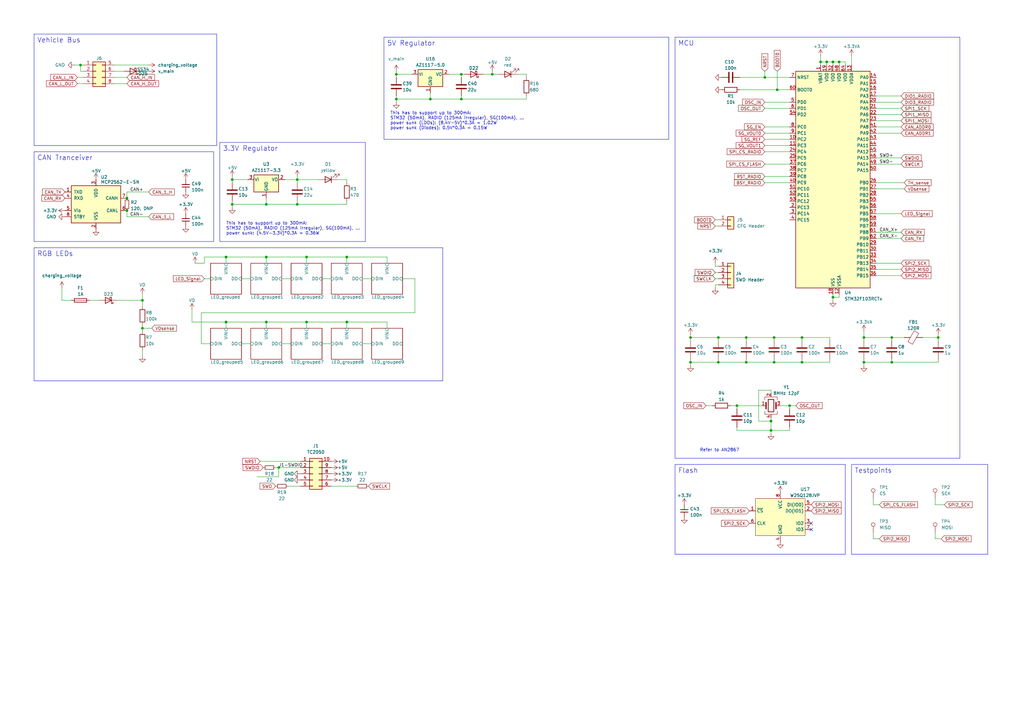
<source format=kicad_sch>
(kicad_sch (version 20250114) (generator "eeschema") (generator_version "9.0")
  (paper "A3")
  (rectangle (start 90.17 58.42) (end 149.86 99.06))
  (rectangle (start 13.97 101.6) (end 181.61 156.21))
  (rectangle (start 157.48 15.24) (end 274.32 57.15))
  (rectangle (start 13.97 13.97) (end 88.9 59.69))
  (rectangle (start 276.86 15.24) (end 393.7 187.96))
  (rectangle (start 13.97 62.23) (end 87.63 99.06))
  (rectangle (start 349.25 190.5) (end 405.13 227.33))
  (rectangle (start 276.86 190.5) (end 346.71 227.33))
  (text "This has to support up to 300mA:\nSTM32 (50mA), RADIO (125mA irregular), SG(100mA), ...\npower sunk (LDOs): (8.4V-5V)*0.3A = 1.02W\npower sunk (Diodes): 0.5V*0.3A = 0.15W" (at 160.02 53.34 0) (effects (font (size 1.27 1.27)) (justify left bottom)))
  (text "Vehicle Bus" (at 15.24 17.78 0) (effects (font (size 2 2)) (justify left bottom)))
  (text "CAN Tranceiver" (at 15.24 66.04 0) (effects (font (size 2 2)) (justify left bottom)))
  (text "Flash" (at 278.13 194.31 0) (effects (font (size 2 2)) (justify left bottom)))
  (text "Refer to AN2867" (at 287.02 185.42 0) (effects (font (size 1.27 1.27)) (justify left bottom)))
  (text "5V Regulator" (at 158.75 19.05 0) (effects (font (size 2 2)) (justify left bottom)))
  (text "This has to support up to 300mA:\nSTM32 (50mA), RADIO (125mA irregular), SG(100mA), ...\npower sunk: (4.5V-3.3V)*0.3A = 0.36W" (at 92.71 96.52 0) (effects (font (size 1.27 1.27)) (justify left bottom)))
  (text "3.3V Regulator" (at 91.44 62.23 0) (effects (font (size 2 2)) (justify left bottom)))
  (text "Testpoints" (at 350.52 194.31 0) (effects (font (size 2 2)) (justify left bottom)))
  (text "RGB LEDs" (at 15.24 105.41 0) (effects (font (size 2 2)) (justify left bottom)))
  (text "MCU" (at 278.13 19.05 0) (effects (font (size 2 2)) (justify left bottom)))
  (junction (at 316.23 176.53))
  (junction (at 365.76 148.59))
  (junction (at 344.17 25.4))
  (junction (at 328.93 138.43))
  (junction (at 114.3 191.77))
  (junction (at 52.07 81.28))
  (junction (at 109.22 132.08))
  (junction (at 142.24 132.08))
  (junction (at 313.69 31.75))
  (junction (at 121.92 83.82))
  (junction (at 109.22 83.82))
  (junction (at 95.25 73.66))
  (junction (at 33.02 26.67))
  (junction (at 354.33 138.43))
  (junction (at 109.22 105.41))
  (junction (at 365.76 138.43))
  (junction (at 201.93 30.48))
  (junction (at 323.85 166.37))
  (junction (at 317.5 138.43))
  (junction (at 189.23 40.64))
  (junction (at 176.53 40.64))
  (junction (at 339.09 25.4))
  (junction (at 316.23 172.72))
  (junction (at 125.73 132.08))
  (junction (at 317.5 148.59))
  (junction (at 283.21 138.43))
  (junction (at 306.07 138.43))
  (junction (at 294.64 148.59))
  (junction (at 341.63 25.4))
  (junction (at 328.93 148.59))
  (junction (at 302.26 166.37))
  (junction (at 318.77 36.83))
  (junction (at 92.71 105.41))
  (junction (at 306.07 148.59))
  (junction (at 384.81 138.43))
  (junction (at 189.23 30.48))
  (junction (at 95.25 83.82))
  (junction (at 142.24 105.41))
  (junction (at 283.21 148.59))
  (junction (at 58.42 123.19))
  (junction (at 92.71 132.08))
  (junction (at 294.64 138.43))
  (junction (at 58.42 134.62))
  (junction (at 162.56 40.64))
  (junction (at 52.07 86.36))
  (junction (at 121.92 73.66))
  (junction (at 354.33 148.59))
  (junction (at 162.56 30.48))
  (junction (at 125.73 105.41))
  (junction (at 336.55 25.4))
  (junction (at 341.63 121.92))
  (no_connect (at 332.74 217.17))
  (no_connect (at 332.74 214.63))
  (wire (pts (xy 369.57 110.49) (xy 359.41 110.49)))
  (wire (pts (xy 118.11 199.39) (xy 123.19 199.39)))
  (wire (pts (xy 62.23 134.62) (xy 58.42 134.62)))
  (wire (pts (xy 109.22 81.28) (xy 109.22 83.82)))
  (wire (pts (xy 294.64 138.43) (xy 294.64 139.7)))
  (wire (pts (xy 354.33 148.59) (xy 365.76 148.59)))
  (wire (pts (xy 318.77 36.83) (xy 323.85 36.83)))
  (wire (pts (xy 306.07 138.43) (xy 317.5 138.43)))
  (wire (pts (xy 344.17 120.65) (xy 344.17 121.92)))
  (wire (pts (xy 341.63 25.4) (xy 344.17 25.4)))
  (wire (pts (xy 340.36 148.59) (xy 340.36 147.32)))
  (wire (pts (xy 31.75 34.29) (xy 34.29 34.29)))
  (wire (pts (xy 132.08 140.97) (xy 135.89 140.97)))
  (wire (pts (xy 354.33 147.32) (xy 354.33 148.59)))
  (wire (pts (xy 365.76 138.43) (xy 370.84 138.43)))
  (wire (pts (xy 369.57 64.77) (xy 359.41 64.77)))
  (wire (pts (xy 316.23 161.29) (xy 316.23 160.02)))
  (wire (pts (xy 313.69 54.61) (xy 323.85 54.61)))
  (wire (pts (xy 52.07 78.74) (xy 60.96 78.74)))
  (wire (pts (xy 215.9 30.48) (xy 215.9 31.75)))
  (wire (pts (xy 95.25 83.82) (xy 95.25 85.09)))
  (wire (pts (xy 83.82 107.95) (xy 83.82 105.41)))
  (wire (pts (xy 306.07 147.32) (xy 306.07 148.59)))
  (wire (pts (xy 323.85 166.37) (xy 326.39 166.37)))
  (wire (pts (xy 116.84 73.66) (xy 121.92 73.66)))
  (wire (pts (xy 359.41 97.79) (xy 369.57 97.79)))
  (wire (pts (xy 313.69 44.45) (xy 323.85 44.45)))
  (wire (pts (xy 306.07 138.43) (xy 306.07 139.7)))
  (wire (pts (xy 339.09 25.4) (xy 339.09 26.67)))
  (wire (pts (xy 95.25 73.66) (xy 101.6 73.66)))
  (wire (pts (xy 339.09 25.4) (xy 341.63 25.4)))
  (wire (pts (xy 359.41 77.47) (xy 370.84 77.47)))
  (wire (pts (xy 115.57 114.3) (xy 119.38 114.3)))
  (wire (pts (xy 369.57 44.45) (xy 359.41 44.45)))
  (wire (pts (xy 302.26 166.37) (xy 312.42 166.37)))
  (wire (pts (xy 80.01 107.95) (xy 83.82 107.95)))
  (wire (pts (xy 303.53 36.83) (xy 318.77 36.83)))
  (wire (pts (xy 349.25 22.86) (xy 349.25 26.67)))
  (wire (pts (xy 105.41 195.58) (xy 114.3 195.58)))
  (wire (pts (xy 365.76 138.43) (xy 365.76 139.7)))
  (wire (pts (xy 212.09 30.48) (xy 215.9 30.48)))
  (wire (pts (xy 369.57 107.95) (xy 359.41 107.95)))
  (wire (pts (xy 176.53 38.1) (xy 176.53 40.64)))
  (wire (pts (xy 52.07 34.29) (xy 46.99 34.29)))
  (wire (pts (xy 317.5 148.59) (xy 328.93 148.59)))
  (wire (pts (xy 78.74 127) (xy 78.74 132.08)))
  (wire (pts (xy 318.77 29.21) (xy 318.77 36.83)))
  (wire (pts (xy 189.23 40.64) (xy 189.23 39.37)))
  (wire (pts (xy 189.23 30.48) (xy 190.5 30.48)))
  (wire (pts (xy 328.93 138.43) (xy 328.93 139.7)))
  (wire (pts (xy 106.68 189.23) (xy 123.19 189.23)))
  (wire (pts (xy 46.99 26.67) (xy 60.96 26.67)))
  (wire (pts (xy 358.14 207.01) (xy 358.14 204.47)))
  (wire (pts (xy 46.99 29.21) (xy 50.8 29.21)))
  (wire (pts (xy 162.56 31.75) (xy 162.56 30.48)))
  (wire (pts (xy 369.57 54.61) (xy 359.41 54.61)))
  (wire (pts (xy 341.63 120.65) (xy 341.63 121.92)))
  (wire (pts (xy 354.33 135.89) (xy 354.33 138.43)))
  (wire (pts (xy 313.69 62.23) (xy 323.85 62.23)))
  (wire (pts (xy 95.25 82.55) (xy 95.25 83.82)))
  (wire (pts (xy 52.07 78.74) (xy 52.07 81.28)))
  (wire (pts (xy 82.55 140.97) (xy 82.55 128.27)))
  (wire (pts (xy 299.72 166.37) (xy 302.26 166.37)))
  (wire (pts (xy 313.69 57.15) (xy 323.85 57.15)))
  (wire (pts (xy 83.82 114.3) (xy 86.36 114.3)))
  (wire (pts (xy 359.41 95.25) (xy 369.57 95.25)))
  (wire (pts (xy 92.71 107.95) (xy 92.71 105.41)))
  (wire (pts (xy 132.08 114.3) (xy 135.89 114.3)))
  (wire (pts (xy 148.59 140.97) (xy 152.4 140.97)))
  (wire (pts (xy 316.23 176.53) (xy 323.85 176.53)))
  (wire (pts (xy 293.37 90.17) (xy 294.64 90.17)))
  (wire (pts (xy 340.36 139.7) (xy 340.36 138.43)))
  (wire (pts (xy 328.93 138.43) (xy 340.36 138.43)))
  (wire (pts (xy 176.53 40.64) (xy 189.23 40.64)))
  (wire (pts (xy 323.85 176.53) (xy 323.85 175.26)))
  (wire (pts (xy 162.56 40.64) (xy 176.53 40.64)))
  (wire (pts (xy 184.15 30.48) (xy 189.23 30.48)))
  (wire (pts (xy 283.21 139.7) (xy 283.21 138.43)))
  (wire (pts (xy 162.56 30.48) (xy 168.91 30.48)))
  (wire (pts (xy 283.21 148.59) (xy 283.21 149.86)))
  (wire (pts (xy 369.57 46.99) (xy 359.41 46.99)))
  (wire (pts (xy 384.81 137.16) (xy 384.81 138.43)))
  (wire (pts (xy 25.4 123.19) (xy 29.21 123.19)))
  (wire (pts (xy 344.17 25.4) (xy 344.17 26.67)))
  (wire (pts (xy 109.22 105.41) (xy 125.73 105.41)))
  (wire (pts (xy 58.42 143.51) (xy 58.42 146.05)))
  (wire (pts (xy 109.22 132.08) (xy 125.73 132.08)))
  (wire (pts (xy 36.83 123.19) (xy 40.64 123.19)))
  (wire (pts (xy 383.54 220.98) (xy 383.54 218.44)))
  (wire (pts (xy 316.23 172.72) (xy 316.23 176.53)))
  (wire (pts (xy 313.69 29.21) (xy 313.69 31.75)))
  (wire (pts (xy 142.24 73.66) (xy 142.24 74.93)))
  (wire (pts (xy 323.85 166.37) (xy 323.85 167.64)))
  (wire (pts (xy 58.42 29.21) (xy 60.96 29.21)))
  (wire (pts (xy 293.37 111.76) (xy 294.64 111.76)))
  (wire (pts (xy 109.22 105.41) (xy 109.22 107.95)))
  (wire (pts (xy 114.3 195.58) (xy 114.3 191.77)))
  (wire (pts (xy 369.57 39.37) (xy 359.41 39.37)))
  (wire (pts (xy 82.55 128.27) (xy 170.18 128.27)))
  (wire (pts (xy 125.73 134.62) (xy 125.73 132.08)))
  (wire (pts (xy 121.92 73.66) (xy 121.92 74.93)))
  (wire (pts (xy 313.69 72.39) (xy 323.85 72.39)))
  (wire (pts (xy 354.33 138.43) (xy 365.76 138.43)))
  (wire (pts (xy 354.33 138.43) (xy 354.33 139.7)))
  (wire (pts (xy 148.59 114.3) (xy 152.4 114.3)))
  (wire (pts (xy 369.57 49.53) (xy 359.41 49.53)))
  (wire (pts (xy 121.92 83.82) (xy 121.92 82.55)))
  (wire (pts (xy 383.54 207.01) (xy 383.54 204.47)))
  (wire (pts (xy 293.37 116.84) (xy 294.64 116.84)))
  (wire (pts (xy 316.23 176.53) (xy 302.26 176.53)))
  (wire (pts (xy 78.74 132.08) (xy 92.71 132.08)))
  (wire (pts (xy 293.37 114.3) (xy 294.64 114.3)))
  (wire (pts (xy 142.24 132.08) (xy 158.75 132.08)))
  (wire (pts (xy 33.02 26.67) (xy 34.29 26.67)))
  (wire (pts (xy 289.56 166.37) (xy 292.1 166.37)))
  (wire (pts (xy 365.76 148.59) (xy 365.76 147.32)))
  (wire (pts (xy 344.17 25.4) (xy 346.71 25.4)))
  (wire (pts (xy 92.71 132.08) (xy 109.22 132.08)))
  (wire (pts (xy 336.55 25.4) (xy 339.09 25.4)))
  (wire (pts (xy 306.07 148.59) (xy 317.5 148.59)))
  (wire (pts (xy 317.5 147.32) (xy 317.5 148.59)))
  (wire (pts (xy 58.42 134.62) (xy 58.42 135.89)))
  (wire (pts (xy 283.21 138.43) (xy 294.64 138.43)))
  (wire (pts (xy 313.69 67.31) (xy 323.85 67.31)))
  (wire (pts (xy 142.24 132.08) (xy 125.73 132.08)))
  (wire (pts (xy 316.23 160.02) (xy 311.15 160.02)))
  (wire (pts (xy 316.23 176.53) (xy 316.23 177.8)))
  (wire (pts (xy 95.25 83.82) (xy 109.22 83.82)))
  (wire (pts (xy 283.21 137.16) (xy 283.21 138.43)))
  (wire (pts (xy 189.23 40.64) (xy 215.9 40.64)))
  (wire (pts (xy 95.25 72.39) (xy 95.25 73.66)))
  (wire (pts (xy 313.69 41.91) (xy 323.85 41.91)))
  (wire (pts (xy 52.07 88.9) (xy 60.96 88.9)))
  (wire (pts (xy 294.64 147.32) (xy 294.64 148.59)))
  (wire (pts (xy 317.5 138.43) (xy 317.5 139.7)))
  (wire (pts (xy 86.36 140.97) (xy 82.55 140.97)))
  (wire (pts (xy 95.25 74.93) (xy 95.25 73.66)))
  (wire (pts (xy 201.93 30.48) (xy 204.47 30.48)))
  (wire (pts (xy 346.71 25.4) (xy 346.71 26.67)))
  (wire (pts (xy 303.53 31.75) (xy 313.69 31.75)))
  (wire (pts (xy 283.21 148.59) (xy 294.64 148.59)))
  (wire (pts (xy 158.75 134.62) (xy 158.75 132.08)))
  (wire (pts (xy 341.63 25.4) (xy 341.63 26.67)))
  (wire (pts (xy 311.15 172.72) (xy 316.23 172.72)))
  (wire (pts (xy 114.3 191.77) (xy 123.19 191.77)))
  (wire (pts (xy 109.22 132.08) (xy 109.22 134.62)))
  (wire (pts (xy 170.18 128.27) (xy 170.18 114.3)))
  (wire (pts (xy 142.24 107.95) (xy 142.24 105.41)))
  (wire (pts (xy 369.57 113.03) (xy 359.41 113.03)))
  (wire (pts (xy 162.56 40.64) (xy 162.56 41.91)))
  (wire (pts (xy 92.71 134.62) (xy 92.71 132.08)))
  (wire (pts (xy 135.89 199.39) (xy 146.05 199.39)))
  (wire (pts (xy 158.75 107.95) (xy 158.75 105.41)))
  (wire (pts (xy 142.24 83.82) (xy 142.24 82.55)))
  (wire (pts (xy 162.56 29.21) (xy 162.56 30.48)))
  (wire (pts (xy 386.08 220.98) (xy 383.54 220.98)))
  (wire (pts (xy 189.23 30.48) (xy 189.23 31.75)))
  (wire (pts (xy 293.37 92.71) (xy 294.64 92.71)))
  (wire (pts (xy 313.69 74.93) (xy 323.85 74.93)))
  (wire (pts (xy 201.93 29.21) (xy 201.93 30.48)))
  (wire (pts (xy 115.57 140.97) (xy 119.38 140.97)))
  (wire (pts (xy 358.14 220.98) (xy 358.14 218.44)))
  (wire (pts (xy 354.33 148.59) (xy 354.33 149.86)))
  (wire (pts (xy 341.63 121.92) (xy 344.17 121.92)))
  (wire (pts (xy 360.68 207.01) (xy 358.14 207.01)))
  (wire (pts (xy 294.64 138.43) (xy 306.07 138.43)))
  (wire (pts (xy 359.41 87.63) (xy 369.57 87.63)))
  (wire (pts (xy 316.23 172.72) (xy 316.23 171.45)))
  (wire (pts (xy 369.57 52.07) (xy 359.41 52.07)))
  (wire (pts (xy 99.06 140.97) (xy 102.87 140.97)))
  (wire (pts (xy 109.22 83.82) (xy 121.92 83.82)))
  (wire (pts (xy 383.54 207.01) (xy 387.35 207.01)))
  (wire (pts (xy 142.24 134.62) (xy 142.24 132.08)))
  (wire (pts (xy 336.55 26.67) (xy 336.55 25.4)))
  (wire (pts (xy 162.56 39.37) (xy 162.56 40.64)))
  (wire (pts (xy 31.75 31.75) (xy 34.29 31.75)))
  (wire (pts (xy 48.26 123.19) (xy 58.42 123.19)))
  (wire (pts (xy 142.24 105.41) (xy 158.75 105.41)))
  (wire (pts (xy 99.06 114.3) (xy 102.87 114.3)))
  (wire (pts (xy 313.69 52.07) (xy 323.85 52.07)))
  (wire (pts (xy 25.4 118.11) (xy 25.4 123.19)))
  (wire (pts (xy 369.57 41.91) (xy 359.41 41.91)))
  (wire (pts (xy 121.92 83.82) (xy 142.24 83.82)))
  (wire (pts (xy 328.93 147.32) (xy 328.93 148.59)))
  (wire (pts (xy 328.93 148.59) (xy 340.36 148.59)))
  (wire (pts (xy 58.42 123.19) (xy 58.42 120.65)))
  (wire (pts (xy 293.37 109.22) (xy 294.64 109.22)))
  (wire (pts (xy 311.15 160.02) (xy 311.15 172.72)))
  (wire (pts (xy 46.99 31.75) (xy 52.07 31.75)))
  (wire (pts (xy 215.9 40.64) (xy 215.9 39.37)))
  (wire (pts (xy 384.81 148.59) (xy 384.81 147.32)))
  (wire (pts (xy 293.37 118.11) (xy 293.37 116.84)))
  (wire (pts (xy 313.69 59.69) (xy 323.85 59.69)))
  (wire (pts (xy 336.55 22.86) (xy 336.55 25.4)))
  (wire (pts (xy 33.02 29.21) (xy 33.02 26.67)))
  (wire (pts (xy 293.37 109.22) (xy 293.37 107.95)))
  (wire (pts (xy 341.63 121.92) (xy 341.63 123.19)))
  (wire (pts (xy 125.73 105.41) (xy 142.24 105.41)))
  (wire (pts (xy 92.71 105.41) (xy 109.22 105.41)))
  (wire (pts (xy 113.03 191.77) (xy 114.3 191.77)))
  (wire (pts (xy 378.46 138.43) (xy 384.81 138.43)))
  (wire (pts (xy 170.18 114.3) (xy 165.1 114.3)))
  (wire (pts (xy 360.68 220.98) (xy 358.14 220.98)))
  (wire (pts (xy 52.07 86.36) (xy 52.07 88.9)))
  (wire (pts (xy 302.26 166.37) (xy 302.26 167.64)))
  (wire (pts (xy 58.42 133.35) (xy 58.42 134.62)))
  (wire (pts (xy 294.64 148.59) (xy 306.07 148.59)))
  (wire (pts (xy 121.92 73.66) (xy 130.81 73.66)))
  (wire (pts (xy 83.82 105.41) (xy 92.71 105.41)))
  (wire (pts (xy 302.26 176.53) (xy 302.26 175.26)))
  (wire (pts (xy 198.12 30.48) (xy 201.93 30.48)))
  (wire (pts (xy 370.84 74.93) (xy 359.41 74.93)))
  (wire (pts (xy 30.48 26.67) (xy 33.02 26.67)))
  (wire (pts (xy 359.41 67.31) (xy 369.57 67.31)))
  (wire (pts (xy 320.04 166.37) (xy 323.85 166.37)))
  (wire (pts (xy 317.5 138.43) (xy 328.93 138.43)))
  (wire (pts (xy 384.81 138.43) (xy 384.81 139.7)))
  (wire (pts (xy 58.42 123.19) (xy 58.42 125.73)))
  (wire (pts (xy 283.21 147.32) (xy 283.21 148.59)))
  (wire (pts (xy 138.43 73.66) (xy 142.24 73.66)))
  (wire (pts (xy 125.73 107.95) (xy 125.73 105.41)))
  (wire (pts (xy 121.92 72.39) (xy 121.92 73.66)))
  (wire (pts (xy 313.69 31.75) (xy 323.85 31.75)))
  (wire (pts (xy 365.76 148.59) (xy 384.81 148.59)))
  (wire (pts (xy 33.02 29.21) (xy 34.29 29.21)))
  (label "J1-SWDIO" (at 114.3 191.77 0))
  (label "SWD-" (at 360.68 67.31 0))
  (label "CAN_X-" (at 360.68 97.79 0))
  (label "CAN_X+" (at 360.68 95.25 0))
  (label "CAN+" (at 53.34 78.74 0))
  (label "SWD+" (at 360.68 64.77 0))
  (label "CAN-" (at 53.34 88.9 0))
  (global_label "SWCLK" (shape input) (at 293.37 114.3 180) (property "Intersheetrefs" "${INTERSHEET_REFS}" (effects (hide yes))))
  (global_label "LED_Signal" (shape input) (at 83.82 114.3 180) (property "Intersheetrefs" "${INTERSHEET_REFS}" (effects (hide yes))))
  (global_label "SWDIO" (shape input) (at 107.95 191.77 180) (property "Intersheetrefs" "${INTERSHEET_REFS}" (effects (hide yes))))
  (global_label "RST_RADIO" (shape input) (at 313.69 72.39 180) (property "Intersheetrefs" "${INTERSHEET_REFS}" (effects (hide yes))))
  (global_label "SWO" (shape input) (at 113.03 199.39 180) (property "Intersheetrefs" "${INTERSHEET_REFS}" (effects (hide yes))))
  (global_label "SPI1_MISO" (shape input) (at 369.57 46.99 0) (property "Intersheetrefs" "${INTERSHEET_REFS}" (effects (hide yes))))
  (global_label "CAN_TX" (shape input) (at 26.67 78.74 180) (property "Intersheetrefs" "${INTERSHEET_REFS}" (effects (hide yes))))
  (global_label "LED_Signal" (shape input) (at 369.57 87.63 0) (property "Intersheetrefs" "${INTERSHEET_REFS}" (effects (hide yes))))
  (global_label "BSY_RADIO" (shape input) (at 313.69 74.93 180) (property "Intersheetrefs" "${INTERSHEET_REFS}" (effects (hide yes))))
  (global_label "CAN_ADDR0" (shape input) (at 369.57 52.07 0) (property "Intersheetrefs" "${INTERSHEET_REFS}" (effects (hide yes))))
  (global_label "SPI2_MOSI" (shape input) (at 369.57 113.03 0) (property "Intersheetrefs" "${INTERSHEET_REFS}" (effects (hide yes))))
  (global_label "CAN_1_L" (shape input) (at 60.96 88.9 0) (property "Intersheetrefs" "${INTERSHEET_REFS}" (effects (hide yes))))
  (global_label "SPI1_SCK" (shape input) (at 369.57 44.45 0) (property "Intersheetrefs" "${INTERSHEET_REFS}" (effects (hide yes))))
  (global_label "SWCLK" (shape input) (at 369.57 67.31 0) (property "Intersheetrefs" "${INTERSHEET_REFS}" (effects (hide yes))))
  (global_label "SPI2_MOSI" (shape input) (at 332.74 207.01 0) (property "Intersheetrefs" "${INTERSHEET_REFS}" (effects (hide yes))))
  (global_label "SPI1_MOSI" (shape input) (at 369.57 49.53 0) (property "Intersheetrefs" "${INTERSHEET_REFS}" (effects (hide yes))))
  (global_label "SPI2_SCK" (shape input) (at 387.35 207.01 0) (property "Intersheetrefs" "${INTERSHEET_REFS}" (effects (hide yes))))
  (global_label "SPI2_SCK" (shape input) (at 307.34 214.63 180) (property "Intersheetrefs" "${INTERSHEET_REFS}" (effects (hide yes))))
  (global_label "CAN_L_IN" (shape input) (at 31.75 31.75 180) (property "Intersheetrefs" "${INTERSHEET_REFS}" (effects (hide yes))))
  (global_label "SPI2_MISO" (shape input) (at 360.68 220.98 0) (property "Intersheetrefs" "${INTERSHEET_REFS}" (effects (hide yes))))
  (global_label "SPI_CS_RADIO" (shape input) (at 313.69 62.23 180) (property "Intersheetrefs" "${INTERSHEET_REFS}" (effects (hide yes))))
  (global_label "VDsense" (shape input) (at 370.84 77.47 0) (property "Intersheetrefs" "${INTERSHEET_REFS}" (effects (hide yes))))
  (global_label "SPI2_MISO" (shape input) (at 332.74 209.55 0) (property "Intersheetrefs" "${INTERSHEET_REFS}" (effects (hide yes))))
  (global_label "SG_EN" (shape input) (at 313.69 52.07 180) (property "Intersheetrefs" "${INTERSHEET_REFS}" (effects (hide yes))))
  (global_label "BOOT0" (shape input) (at 318.77 29.21 90) (property "Intersheetrefs" "${INTERSHEET_REFS}" (effects (hide yes))))
  (global_label "CAN_H_OUT" (shape input) (at 52.07 34.29 0) (property "Intersheetrefs" "${INTERSHEET_REFS}" (effects (hide yes))))
  (global_label "NRST" (shape input) (at 106.68 189.23 180) (property "Intersheetrefs" "${INTERSHEET_REFS}" (effects (hide yes))))
  (global_label "SG_VOUT1" (shape input) (at 313.69 59.69 180) (property "Intersheetrefs" "${INTERSHEET_REFS}" (effects (hide yes))))
  (global_label "SPI_CS_FLASH" (shape input) (at 313.69 67.31 180) (property "Intersheetrefs" "${INTERSHEET_REFS}" (effects (hide yes))))
  (global_label "SG_REF" (shape input) (at 313.69 57.15 180) (property "Intersheetrefs" "${INTERSHEET_REFS}" (effects (hide yes))))
  (global_label "SWCLK" (shape input) (at 151.13 199.39 0) (property "Intersheetrefs" "${INTERSHEET_REFS}" (effects (hide yes))))
  (global_label "OSC_IN" (shape input) (at 289.56 166.37 180) (property "Intersheetrefs" "${INTERSHEET_REFS}" (effects (hide yes))))
  (global_label "OSC_IN" (shape input) (at 313.69 41.91 180) (property "Intersheetrefs" "${INTERSHEET_REFS}" (effects (hide yes))))
  (global_label "TH_sense" (shape input) (at 370.84 74.93 0) (property "Intersheetrefs" "${INTERSHEET_REFS}" (effects (hide yes))))
  (global_label "OSC_OUT" (shape input) (at 326.39 166.37 0) (property "Intersheetrefs" "${INTERSHEET_REFS}" (effects (hide yes))))
  (global_label "SPI_CS_FLASH" (shape input) (at 307.34 209.55 180) (property "Intersheetrefs" "${INTERSHEET_REFS}" (effects (hide yes))))
  (global_label "NRST" (shape input) (at 313.69 29.21 90) (property "Intersheetrefs" "${INTERSHEET_REFS}" (effects (hide yes))))
  (global_label "BOOT0" (shape input) (at 293.37 90.17 180) (property "Intersheetrefs" "${INTERSHEET_REFS}" (effects (hide yes))))
  (global_label "VDsense" (shape input) (at 62.23 134.62 0) (property "Intersheetrefs" "${INTERSHEET_REFS}" (effects (hide yes))))
  (global_label "SWDIO" (shape input) (at 369.57 64.77 0) (property "Intersheetrefs" "${INTERSHEET_REFS}" (effects (hide yes))))
  (global_label "OSC_OUT" (shape input) (at 313.69 44.45 180) (property "Intersheetrefs" "${INTERSHEET_REFS}" (effects (hide yes))))
  (global_label "CAN_RX" (shape input) (at 26.67 81.28 180) (property "Intersheetrefs" "${INTERSHEET_REFS}" (effects (hide yes))))
  (global_label "CAN_RX" (shape input) (at 369.57 95.25 0) (property "Intersheetrefs" "${INTERSHEET_REFS}" (effects (hide yes))))
  (global_label "CAN_TX" (shape input) (at 369.57 97.79 0) (property "Intersheetrefs" "${INTERSHEET_REFS}" (effects (hide yes))))
  (global_label "DIO3_RADIO" (shape input) (at 369.57 41.91 0) (property "Intersheetrefs" "${INTERSHEET_REFS}" (effects (hide yes))))
  (global_label "NRST" (shape input) (at 293.37 92.71 180) (property "Intersheetrefs" "${INTERSHEET_REFS}" (effects (hide yes))))
  (global_label "CAN_ADDR1" (shape input) (at 369.57 54.61 0) (property "Intersheetrefs" "${INTERSHEET_REFS}" (effects (hide yes))))
  (global_label "DIO1_RADIO" (shape input) (at 369.57 39.37 0) (property "Intersheetrefs" "${INTERSHEET_REFS}" (effects (hide yes))))
  (global_label "SPI2_SCK" (shape input) (at 369.57 107.95 0) (property "Intersheetrefs" "${INTERSHEET_REFS}" (effects (hide yes))))
  (global_label "SG_VOUT0" (shape input) (at 313.69 54.61 180) (property "Intersheetrefs" "${INTERSHEET_REFS}" (effects (hide yes))))
  (global_label "CAN_H_IN" (shape input) (at 52.07 31.75 0) (property "Intersheetrefs" "${INTERSHEET_REFS}" (effects (hide yes))))
  (global_label "SPI_CS_FLASH" (shape input) (at 360.68 207.01 0) (property "Intersheetrefs" "${INTERSHEET_REFS}" (effects (hide yes))))
  (global_label "CAN_L_OUT" (shape input) (at 31.75 34.29 180) (property "Intersheetrefs" "${INTERSHEET_REFS}" (effects (hide yes))))
  (global_label "CAN_1_H" (shape input) (at 60.96 78.74 0) (property "Intersheetrefs" "${INTERSHEET_REFS}" (effects (hide yes))))
  (global_label "SWDIO" (shape input) (at 293.37 111.76 180) (property "Intersheetrefs" "${INTERSHEET_REFS}" (effects (hide yes))))
  (global_label "SPI2_MISO" (shape input) (at 369.57 110.49 0) (property "Intersheetrefs" "${INTERSHEET_REFS}" (effects (hide yes))))
  (global_label "SPI2_MOSI" (shape input) (at 386.08 220.98 0) (property "Intersheetrefs" "${INTERSHEET_REFS}" (effects (hide yes))))
  (symbol (lib_id "MCU_ST_STM32F1:STM32F103RCTx") (at 341.63 74.93 0) (unit 1)
    (property "Reference" "U4" (at 346.3641 120.015 0) (effects (justify left)))
    (property "Value" "STM32F103RCTx" (at 346.3641 122.555 0) (effects (justify left)))
    (property "Footprint" "Package_QFP:LQFP-64_10x10mm_P0.5mm" (effects (hide yes)))
    (property "Datasheet" "https://www.st.com/resource/en/datasheet/stm32f103rc.pdf" (effects (hide yes)))
    (property "LCSC#" "C8323" (effects (hide yes)))
    (property "Manufacturer" "STMicroelectronics" (effects (hide yes)))
  )
  (symbol (lib_name "W25Q128JVP_1") (lib_id "frodo_fancyfins:W25Q128JVP") (at 320.04 212.09 0) (unit 1)
    (property "Reference" "U17" (at 330.2 200.66 0))
    (property "Value" "W25Q128JVP" (at 330.2 203.2 0))
    (property "Footprint" "Package_SON:WSON-8-1EP_6x5mm_P1.27mm_EP3.4x4.3mm" (effects (hide yes)))
    (property "LCSC#" "C190862" (effects (hide yes)))
    (property "Manufacturer" "Winbond Elec" (effects (hide yes)))
  )
  (symbol (lib_id "power:+5V") (at 201.93 29.21 0) (unit 1)
    (property "Reference" "#PWR079" (effects (hide yes)))
    (property "Value" "+5V" (at 201.93 25.6342 0))
  )
  (symbol (lib_id "power:GND") (at 76.2 92.71 0) (unit 1)
    (property "Reference" "#PWR089" (effects (hide yes)))
    (property "Value" "GND" (effects (hide yes)))
  )
  (symbol (lib_id "Diode:SS34") (at 54.61 29.21 180) (unit 1)
    (property "Reference" "D25" (at 58.674 30.226 0))
    (property "Value" "SS34" (at 58.674 28.448 0))
    (property "Footprint" "Diode_SMD:D_SMA" (effects (hide yes)))
    (property "Datasheet" "https://www.vishay.com/docs/88751/ss32.pdf" (effects (hide yes)))
    (property "Description" "40V 3A Schottky Diode, SMA" (effects (hide yes)))
    (property "LCSC #" "C466502" (effects (hide yes)))
  )
  (symbol (lib_id "Regulator_Linear:AZ1117-5.0") (at 176.53 30.48 0) (unit 1)
    (property "Reference" "U16" (at 176.53 24.13 0))
    (property "Value" "AZ1117-5.0" (at 176.53 26.67 0))
    (property "Footprint" "Package_TO_SOT_SMD:SOT-223-3_TabPin2" (effects (hide yes)))
    (property "Datasheet" "https://www.diodes.com/assets/Datasheets/AZ1117.pdf" (effects (hide yes)))
    (property "LCSC#" "C526405" (effects (hide yes)))
    (property "Manufacturer" "Diodes Incorporated" (effects (hide yes)))
  )
  (symbol (lib_id "power:+5V") (at 135.89 191.77 270) (unit 1)
    (property "Reference" "#PWR060" (effects (hide yes)))
    (property "Value" "+5V" (at 138.43 191.77 90) (effects (justify left)))
    (property "Description" "Power symbol creates a global label with name \"+5V\"" (effects (hide yes)))
  )
  (symbol (lib_id "power:+VSW") (at 162.56 29.21 0) (unit 1)
    (property "Reference" "#PWR077" (effects (hide yes)))
    (property "Value" "v_main" (at 162.56 24.13 0))
  )
  (symbol (lib_id "Device:FerriteBead") (at 374.65 138.43 90) (unit 1)
    (property "Reference" "FB1" (at 374.65 132.08 90))
    (property "Value" "120R" (at 374.65 134.62 90))
    (property "Footprint" "Inductor_SMD:L_0603_1608Metric_Pad1.05x0.95mm_HandSolder" (effects (hide yes)))
    (property "LCSC#" "C1002" (effects (hide yes)))
    (property "Manufacturer" "Sunlord" (effects (hide yes)))
  )
  (symbol (lib_id "Connector:TestPoint") (at 358.14 218.44 0) (unit 1)
    (property "Reference" "TP3" (at 360.68 213.868 0) (effects (justify left)))
    (property "Value" "MISO" (at 360.68 216.408 0) (effects (justify left)))
    (property "Footprint" "TestPoint:TestPoint_Pad_D2.0mm" (effects (hide yes)))
  )
  (symbol (lib_id "Connector:TestPoint") (at 383.54 218.44 0) (unit 1)
    (property "Reference" "TP4" (at 386.08 213.868 0) (effects (justify left)))
    (property "Value" "MOSI" (at 386.08 216.408 0) (effects (justify left)))
    (property "Footprint" "TestPoint:TestPoint_Pad_D2.0mm" (effects (hide yes)))
  )
  (symbol (lib_id "power:+5V") (at 95.25 72.39 0) (unit 1)
    (property "Reference" "#PWR025" (effects (hide yes)))
    (property "Value" "+5V" (at 95.25 68.8142 0))
  )
  (symbol (lib_id "Device:C") (at 162.56 35.56 0) (unit 1)
    (property "Reference" "C39" (at 165.1 34.29 0) (effects (justify left)))
    (property "Value" "10u" (at 165.1 36.83 0) (effects (justify left)))
    (property "Footprint" "Capacitor_SMD:C_0603_1608Metric_Pad1.08x0.95mm_HandSolder" (effects (hide yes)))
    (property "LCSC#" "C96446" (effects (hide yes)))
  )
  (symbol (lib_id "Device:Fuse") (at 33.02 123.19 90) (unit 1)
    (property "Reference" "F1" (at 33.02 118.11 90))
    (property "Value" "1A" (at 33.02 120.65 90))
    (property "Footprint" "Fuse:Fuse_1206_3216Metric_Pad1.42x1.75mm_HandSolder" (effects (hide yes)))
    (property "Notes" "self-assembly PTC" (effects (hide yes)))
  )
  (symbol (lib_id "power:+5V") (at 39.37 73.66 0) (unit 1)
    (property "Reference" "#PWR022" (effects (hide yes)))
    (property "Value" "+5V" (at 39.37 70.0842 0))
  )
  (symbol (lib_id "Device:C") (at 121.92 78.74 0) (unit 1)
    (property "Reference" "C14" (at 124.46 77.47 0) (effects (justify left)))
    (property "Value" "22u" (at 124.46 80.01 0) (effects (justify left)))
    (property "Footprint" "Capacitor_SMD:C_0805_2012Metric_Pad1.18x1.45mm_HandSolder" (effects (hide yes)))
    (property "LCSC#" "C45783" (effects (hide yes)))
  )
  (symbol (lib_id "Connector_Generic:Conn_01x04") (at 299.72 111.76 0) (unit 1)
    (property "Reference" "J4" (at 301.752 112.1953 0) (effects (justify left)))
    (property "Value" "SWD Header" (at 301.752 114.7322 0) (effects (justify left)))
    (property "Footprint" "Connector_PinHeader_2.54mm:PinHeader_1x04_P2.54mm_Vertical" (effects (hide yes)))
  )
  (symbol (lib_id "power:+3.3V") (at 76.2 87.63 0) (unit 1)
    (property "Reference" "#PWR088" (effects (hide yes)))
    (property "Value" "+3.3V" (at 76.2 83.82 0))
  )
  (symbol (lib_id "Device:D_Schottky") (at 194.31 30.48 180) (unit 1)
    (property "Reference" "D22" (at 194.31 27.94 0))
    (property "Value" "D_Schottky" (effects (hide yes)))
    (property "Footprint" "Diode_SMD:D_SOD-123F" (effects (hide yes)))
    (property "LCSC#" "C167645" (effects (hide yes)))
  )
  (symbol (lib_id "power:GND") (at 295.91 31.75 270) (unit 1)
    (property "Reference" "#PWR015" (effects (hide yes)))
    (property "Value" "GND" (effects (hide yes)))
  )
  (symbol (lib_id "Connector_Generic:Conn_02x04_Top_Bottom") (at 39.37 29.21 0) (unit 1)
    (property "Reference" "J6" (at 40.64 23.876 0))
    (property "Footprint" "fancyfins:card_edge_connector_2x4" (effects (hide yes)))
  )
  (symbol (lib_id "power:+3.3V") (at 293.37 107.95 0) (unit 1)
    (property "Reference" "#PWR018" (effects (hide yes)))
    (property "Value" "+3.3V" (at 293.37 102.87 0))
  )
  (symbol (lib_id "power:+5V") (at 135.89 189.23 270) (unit 1)
    (property "Reference" "#PWR046" (effects (hide yes)))
    (property "Value" "+5V" (at 138.43 189.23 90) (effects (justify left)))
    (property "Description" "Power symbol creates a global label with name \"+5V\"" (effects (hide yes)))
  )
  (symbol (lib_id "power:GND") (at 283.21 149.86 0) (unit 1)
    (property "Reference" "#PWR011" (effects (hide yes)))
    (property "Value" "GND" (effects (hide yes)))
  )
  (symbol (lib_id "Device:C") (at 189.23 35.56 0) (unit 1)
    (property "Reference" "C40" (at 191.77 34.29 0) (effects (justify left)))
    (property "Value" "22u" (at 191.77 36.83 0) (effects (justify left)))
    (property "Footprint" "Capacitor_SMD:C_0805_2012Metric_Pad1.18x1.45mm_HandSolder" (effects (hide yes)))
    (property "LCSC#" "C45783" (effects (hide yes)))
  )
  (symbol (lib_id "Interface_CAN_LIN:MCP2562-E-SN") (at 39.37 83.82 0) (unit 1)
    (property "Reference" "U2" (at 41.3259 72.62 0) (effects (justify left)))
    (property "Value" "MCP2562-E-SN" (at 41.3259 74.668 0) (effects (justify left)))
    (property "Footprint" "Package_SO:SOIC-8_3.9x4.9mm_P1.27mm" (effects (hide yes)))
    (property "Datasheet" "http://ww1.microchip.com/downloads/en/DeviceDoc/25167A.pdf" (effects (hide yes)))
    (property "Manufacturer" "Microchip Tech" (effects (hide yes)))
    (property "DigiKey#" "MCP2562-H/SN" (effects (hide yes)))
    (property "LCSC#" "C191417" (effects (hide yes)))
  )
  (symbol (lib_id "power:GND") (at 58.42 146.05 0) (unit 1)
    (property "Reference" "#PWR059" (effects (hide yes)))
    (property "Value" "GND" (effects (hide yes)))
  )
  (symbol (lib_id "Device:C") (at 294.64 143.51 0) (unit 1)
    (property "Reference" "C5" (at 297.18 142.24 0) (effects (justify left)))
    (property "Value" "100n" (at 297.18 144.78 0) (effects (justify left)))
    (property "Footprint" "Capacitor_SMD:C_0402_1005Metric_Pad0.74x0.62mm_HandSolder" (effects (hide yes)))
    (property "LCSC#" "C307331" (effects (hide yes)))
  )
  (symbol (lib_id "power:GND") (at 162.56 41.91 0) (unit 1)
    (property "Reference" "#PWR078" (effects (hide yes)))
    (property "Value" "GND" (effects (hide yes)))
  )
  (symbol (lib_id "Device:R") (at 58.42 129.54 0) (unit 1)
    (property "Reference" "R8" (at 59.69 128.27 0) (effects (justify left)))
    (property "Value" "100k" (at 59.69 130.81 0) (effects (justify left)))
    (property "Footprint" "Resistor_SMD:R_0402_1005Metric_Pad0.72x0.64mm_HandSolder" (effects (hide yes)))
    (property "LCSC#" "C25741" (effects (hide yes)))
    (property "Manufacturer" "UNI-ROYAL(Uniroyal Elec)" (effects (hide yes)))
  )
  (symbol (lib_id "Device:Crystal_GND24") (at 316.23 166.37 0) (unit 1)
    (property "Reference" "Y1" (at 322.58 158.75 0))
    (property "Value" "8MHz 12pF" (at 322.58 161.29 0))
    (property "Footprint" "Crystal:Crystal_SMD_5032-4Pin_5.0x3.2mm" (effects (hide yes)))
    (property "LCSC#" "C2149245" (effects (hide yes)))
    (property "Manufacturer" "JYJE" (effects (hide yes)))
  )
  (symbol (lib_id "power:+3.3V") (at 26.67 86.36 90) (unit 1)
    (property "Reference" "#PWR020" (effects (hide yes)))
    (property "Value" "+3.3V" (at 23.495 86.36 90) (effects (justify left)))
  )
  (symbol (lib_id "Device:C_Small") (at 280.67 209.55 180) (unit 1)
    (property "Reference" "C43" (at 282.9941 208.7089 0) (effects (justify right)))
    (property "Value" "100n" (at 282.9941 211.2458 0) (effects (justify right)))
    (property "Footprint" "Capacitor_SMD:C_0402_1005Metric_Pad0.74x0.62mm_HandSolder" (effects (hide yes)))
    (property "LCSC#" "C307331" (effects (hide yes)))
  )
  (symbol (lib_id "power:+3.3V") (at 320.04 201.93 0) (unit 1)
    (property "Reference" "#PWR084" (effects (hide yes)))
    (property "Value" "+3.3V" (at 320.04 198.12 0))
  )
  (symbol (lib_id "Device:C") (at 323.85 171.45 0) (unit 1)
    (property "Reference" "C12" (at 326.39 170.18 0) (effects (justify left)))
    (property "Value" "10p" (at 326.39 172.72 0) (effects (justify left)))
    (property "Footprint" "Capacitor_SMD:C_0402_1005Metric_Pad0.74x0.62mm_HandSolder" (effects (hide yes)))
    (property "LCSC#" "C32949" (effects (hide yes)))
  )
  (symbol (lib_id "power:+VSW") (at 60.96 29.21 270) (unit 1)
    (property "Reference" "#PWR0107" (effects (hide yes)))
    (property "Value" "v_main" (at 64.77 29.2099 90) (effects (justify left)))
  )
  (symbol (lib_id "Device:C") (at 302.26 171.45 0) (unit 1)
    (property "Reference" "C11" (at 304.8 170.18 0) (effects (justify left)))
    (property "Value" "10p" (at 304.8 172.72 0) (effects (justify left)))
    (property "Footprint" "Capacitor_SMD:C_0402_1005Metric_Pad0.74x0.62mm_HandSolder" (effects (hide yes)))
    (property "LCSC#" "C32949" (effects (hide yes)))
  )
  (symbol (lib_id "Connector_Generic:Conn_01x02") (at 299.72 90.17 0) (unit 1)
    (property "Reference" "J5" (at 302.26 90.17 0) (effects (justify left)))
    (property "Value" "CFG Header" (at 302.26 92.71 0) (effects (justify left)))
    (property "Footprint" "Connector_PinHeader_2.54mm:PinHeader_1x02_P2.54mm_Vertical" (effects (hide yes)))
  )
  (symbol (lib_id "Device:C") (at 340.36 143.51 0) (unit 1)
    (property "Reference" "C1" (at 342.9 142.24 0) (effects (justify left)))
    (property "Value" "100n" (at 342.9 144.78 0) (effects (justify left)))
    (property "Footprint" "Capacitor_SMD:C_0402_1005Metric_Pad0.74x0.62mm_HandSolder" (effects (hide yes)))
    (property "LCSC#" "C307331" (effects (hide yes)))
  )
  (symbol (lib_id "power:GND") (at 39.37 93.98 0) (unit 1)
    (property "Reference" "#PWR023" (effects (hide yes)))
    (property "Value" "GND" (effects (hide yes)))
  )
  (symbol (lib_id "Device:C") (at 317.5 143.51 0) (unit 1)
    (property "Reference" "C3" (at 320.04 142.24 0) (effects (justify left)))
    (property "Value" "100n" (at 320.04 144.78 0) (effects (justify left)))
    (property "Footprint" "Capacitor_SMD:C_0402_1005Metric_Pad0.74x0.62mm_HandSolder" (effects (hide yes)))
    (property "LCSC#" "C307331" (effects (hide yes)))
  )
  (symbol (lib_id "Device:C") (at 306.07 143.51 0) (unit 1)
    (property "Reference" "C4" (at 308.61 142.24 0) (effects (justify left)))
    (property "Value" "100n" (at 308.61 144.78 0) (effects (justify left)))
    (property "Footprint" "Capacitor_SMD:C_0402_1005Metric_Pad0.74x0.62mm_HandSolder" (effects (hide yes)))
    (property "LCSC#" "C307331" (effects (hide yes)))
  )
  (symbol (lib_id "Device:C") (at 283.21 143.51 0) (unit 1)
    (property "Reference" "C6" (at 285.75 142.24 0) (effects (justify left)))
    (property "Value" "10u" (at 285.75 144.78 0) (effects (justify left)))
    (property "Footprint" "Capacitor_SMD:C_0603_1608Metric_Pad1.08x0.95mm_HandSolder" (effects (hide yes)))
    (property "LCSC#" "C96446" (effects (hide yes)))
  )
  (symbol (lib_id "power:GND") (at 341.63 123.19 0) (unit 1)
    (property "Reference" "#PWR09" (effects (hide yes)))
    (property "Value" "GND" (effects (hide yes)))
  )
  (symbol (lib_id "power:+3.3V") (at 384.81 137.16 0) (unit 1)
    (property "Reference" "#PWR014" (effects (hide yes)))
    (property "Value" "+3.3V" (at 384.81 133.35 0))
  )
  (symbol (lib_id "power:+3.3V") (at 121.92 72.39 0) (unit 1)
    (property "Reference" "#PWR026" (effects (hide yes)))
    (property "Value" "+3.3V" (at 121.92 67.31 0))
  )
  (symbol (lib_id "Device:LED") (at 208.28 30.48 180) (unit 1)
    (property "Reference" "D2" (at 208.28 24.13 0))
    (property "Value" "red" (at 208.28 26.67 0))
    (property "Footprint" "LED_SMD:LED_0603_1608Metric_Pad1.05x0.95mm_HandSolder" (effects (hide yes)))
    (property "LCSC#" "C2286" (effects (hide yes)))
    (property "Manufacturer" "Hubei KENTO Elec" (effects (hide yes)))
  )
  (symbol (lib_id "power:GND") (at 354.33 149.86 0) (unit 1)
    (property "Reference" "#PWR013" (effects (hide yes)))
    (property "Value" "GND" (effects (hide yes)))
  )
  (symbol (lib_id "power:VD") (at 80.01 107.95 0) (unit 1)
    (property "Reference" "#PWR044" (effects (hide yes)))
    (property "Value" "VD" (at 80.01 104.14 0))
  )
  (symbol (lib_id "Device:R_Small") (at 110.49 191.77 90) (unit 1)
    (property "Reference" "R18" (at 110.49 194.31 90))
    (property "Value" "22" (at 110.49 196.85 90))
    (property "Footprint" "Resistor_SMD:R_0402_1005Metric" (effects (hide yes)))
    (property "Manufacturer" "YAGEO" (effects (hide yes)))
    (property "Part#" "RC0603FR-0710KL" (effects (hide yes)))
    (property "LCSC" "C25092" (effects (hide yes)))
  )
  (symbol (lib_id "power:+VSW") (at 60.96 26.67 270) (unit 1)
    (property "Reference" "#PWR0106" (effects (hide yes)))
    (property "Value" "charging_voltage" (at 64.77 26.6699 90) (effects (justify left)))
  )
  (symbol (lib_id "Device:C_Small") (at 76.2 76.2 180) (unit 1)
    (property "Reference" "C49" (at 78.5241 75.3589 0) (effects (justify right)))
    (property "Value" "100n" (at 78.5241 77.8958 0) (effects (justify right)))
    (property "Footprint" "Capacitor_SMD:C_0402_1005Metric_Pad0.74x0.62mm_HandSolder" (effects (hide yes)))
    (property "LCSC#" "C307331" (effects (hide yes)))
  )
  (symbol (lib_id "Connector_Generic:Conn_02x05_Counter_Clockwise") (at 128.27 194.31 0) (unit 1)
    (property "Reference" "J1" (at 129.54 182.88 0))
    (property "Value" "TC2050" (at 129.54 185.42 0))
    (property "Footprint" "Connector:Tag-Connect_TC2050-IDC-FP_2x05_P1.27mm_Vertical" (effects (hide yes)))
  )
  (symbol (lib_id "power:+3.3V") (at 135.89 194.31 270) (unit 1)
    (property "Reference" "#PWR061" (effects (hide yes)))
    (property "Value" "+3.3V" (at 138.43 194.31 90) (effects (justify left)))
    (property "Description" "Power symbol creates a global label with name \"+3.3V\"" (effects (hide yes)))
  )
  (symbol (lib_id "power:GND") (at 316.23 177.8 0) (unit 1)
    (property "Reference" "#PWR017" (effects (hide yes)))
    (property "Value" "GND" (effects (hide yes)))
  )
  (symbol (lib_id "Connector:TestPoint") (at 383.54 204.47 0) (unit 1)
    (property "Reference" "TP2" (at 386.08 199.898 0) (effects (justify left)))
    (property "Value" "SCK" (at 386.08 202.438 0) (effects (justify left)))
    (property "Footprint" "TestPoint:TestPoint_Pad_D2.0mm" (effects (hide yes)))
  )
  (symbol (lib_id "power:GND") (at 30.48 26.67 270) (unit 1)
    (property "Reference" "#PWR092" (effects (hide yes)))
    (property "Value" "GND" (at 26.67 26.6699 90) (effects (justify right)))
  )
  (symbol (lib_id "power:+3.3VA") (at 349.25 22.86 0) (unit 1)
    (property "Reference" "#PWR028" (effects (hide yes)))
    (property "Value" "+3.3VA" (at 349.25 19.05 0))
  )
  (symbol (lib_id "power:+3.3VA") (at 354.33 135.89 0) (unit 1)
    (property "Reference" "#PWR012" (effects (hide yes)))
    (property "Value" "+3.3VA" (at 354.33 132.08 0))
  )
  (symbol (lib_id "Device:R_Small") (at 148.59 199.39 90) (unit 1)
    (property "Reference" "R17" (at 148.59 194.31 90))
    (property "Value" "22" (at 148.59 196.85 90))
    (property "Footprint" "Resistor_SMD:R_0402_1005Metric" (effects (hide yes)))
    (property "Manufacturer" "YAGEO" (effects (hide yes)))
    (property "Part#" "RC0603FR-0710KL" (effects (hide yes)))
    (property "LCSC" "C25092" (effects (hide yes)))
  )
  (symbol (lib_id "Device:C") (at 95.25 78.74 0) (unit 1)
    (property "Reference" "C13" (at 97.79 77.47 0) (effects (justify left)))
    (property "Value" "10u" (at 97.79 80.01 0) (effects (justify left)))
    (property "Footprint" "Capacitor_SMD:C_0603_1608Metric_Pad1.08x0.95mm_HandSolder" (effects (hide yes)))
    (property "LCSC#" "C96446" (effects (hide yes)))
  )
  (symbol (lib_id "power:VD") (at 78.74 127 0) (unit 1)
    (property "Reference" "#PWR043" (effects (hide yes)))
    (property "Value" "VD" (at 78.74 123.19 0))
  )
  (symbol (lib_id "power:+3.3V") (at 283.21 137.16 0) (unit 1)
    (property "Reference" "#PWR010" (effects (hide yes)))
    (property "Value" "+3.3V" (at 283.21 133.35 0))
  )
  (symbol (lib_id "power:+VSW") (at 25.4 118.11 0) (unit 1)
    (property "Reference" "#PWR0108" (effects (hide yes)))
    (property "Value" "charging_voltage" (at 25.4 113.03 0))
  )
  (symbol (lib_id "power:GND") (at 123.19 194.31 270) (unit 1)
    (property "Reference" "#PWR029" (effects (hide yes)))
    (property "Value" "GND" (at 120.65 194.3099 90) (effects (justify right)))
    (property "Description" "Power symbol creates a global label with name \"GND\" , ground" (effects (hide yes)))
  )
  (symbol (lib_id "Device:D_Schottky") (at 44.45 123.19 180) (unit 1)
    (property "Reference" "D23" (at 44.45 120.65 0))
    (property "Value" "D_Schottky" (effects (hide yes)))
    (property "Footprint" "Diode_SMD:D_SOD-123F" (effects (hide yes)))
    (property "LCSC#" "C167645" (effects (hide yes)))
  )
  (symbol (lib_id "Device:R_Small") (at 52.07 83.82 0) (unit 1)
    (property "Reference" "R2" (at 53.5686 82.9853 0) (effects (justify left)))
    (property "Value" "120, DNP" (at 53.5686 85.5222 0) (effects (justify left)))
    (property "Footprint" "Resistor_SMD:R_0603_1608Metric_Pad0.98x0.95mm_HandSolder" (effects (hide yes)))
  )
  (symbol (lib_id "Device:R") (at 142.24 78.74 0) (unit 1)
    (property "Reference" "R3" (at 143.51 77.47 0) (effects (justify left)))
    (property "Value" "470" (at 143.51 80.01 0) (effects (justify left)))
    (property "Footprint" "Resistor_SMD:R_0402_1005Metric_Pad0.72x0.64mm_HandSolder" (effects (hide yes)))
    (property "LCSC#" "C25117" (effects (hide yes)))
    (property "Manufacturer" "UNI-ROYAL(Uniroyal Elec)" (effects (hide yes)))
  )
  (symbol (lib_id "power:GND") (at 280.67 212.09 0) (unit 1)
    (property "Reference" "#PWR085" (effects (hide yes)))
    (property "Value" "GND" (effects (hide yes)))
  )
  (symbol (lib_id "power:VD") (at 58.42 120.65 0) (unit 1)
    (property "Reference" "#PWR042" (effects (hide yes)))
    (property "Value" "VD" (at 58.42 116.84 0))
  )
  (symbol (lib_id "Device:C_Small") (at 76.2 90.17 180) (unit 1)
    (property "Reference" "C44" (at 78.5241 89.3289 0) (effects (justify right)))
    (property "Value" "100n" (at 78.5241 91.8658 0) (effects (justify right)))
    (property "Footprint" "Capacitor_SMD:C_0402_1005Metric_Pad0.74x0.62mm_HandSolder" (effects (hide yes)))
    (property "LCSC#" "C307331" (effects (hide yes)))
  )
  (symbol (lib_id "power:+3.3V") (at 135.89 196.85 270) (unit 1)
    (property "Reference" "#PWR062" (effects (hide yes)))
    (property "Value" "+3.3V" (at 138.43 196.85 90) (effects (justify left)))
    (property "Description" "Power symbol creates a global label with name \"+3.3V\"" (effects (hide yes)))
  )
  (symbol (lib_id "Device:C") (at 384.81 143.51 0) (unit 1)
    (property "Reference" "C9" (at 387.35 142.24 0) (effects (justify left)))
    (property "Value" "1u" (at 387.35 144.78 0) (effects (justify left)))
    (property "Footprint" "Capacitor_SMD:C_0603_1608Metric_Pad1.08x0.95mm_HandSolder" (effects (hide yes)))
    (property "LCSC#" "C15849" (effects (hide yes)))
  )
  (symbol (lib_id "Device:C") (at 354.33 143.51 0) (unit 1)
    (property "Reference" "C7" (at 356.87 142.24 0) (effects (justify left)))
    (property "Value" "10n" (at 356.87 144.78 0) (effects (justify left)))
    (property "Footprint" "Capacitor_SMD:C_0402_1005Metric_Pad0.74x0.62mm_HandSolder" (effects (hide yes)))
    (property "LCSC#" "C15195" (effects (hide yes)))
  )
  (symbol (lib_id "power:+3.3V") (at 336.55 22.86 0) (unit 1)
    (property "Reference" "#PWR027" (effects (hide yes)))
    (property "Value" "+3.3V" (at 336.55 19.05 0))
  )
  (symbol (lib_id "power:GND") (at 295.91 36.83 270) (unit 1)
    (property "Reference" "#PWR016" (effects (hide yes)))
    (property "Value" "GND" (effects (hide yes)))
  )
  (symbol (lib_id "power:+5V") (at 76.2 73.66 0) (unit 1)
    (property "Reference" "#PWR0104" (effects (hide yes)))
    (property "Value" "+5V" (at 76.2 70.0842 0))
  )
  (symbol (lib_id "Device:R") (at 299.72 36.83 90) (unit 1)
    (property "Reference" "R1" (at 299.72 39.37 90))
    (property "Value" "10k" (at 299.72 41.91 90))
    (property "Footprint" "Resistor_SMD:R_0402_1005Metric_Pad0.72x0.64mm_HandSolder" (effects (hide yes)))
    (property "LCSC#" "C25744" (effects (hide yes)))
    (property "Manufacturer" "UNI-ROYAL(Uniroyal Elec)" (effects (hide yes)))
  )
  (symbol (lib_id "Device:LED") (at 134.62 73.66 180) (unit 1)
    (property "Reference" "D1" (at 134.62 67.31 0))
    (property "Value" "yellow" (at 134.62 69.85 0))
    (property "Footprint" "LED_SMD:LED_0603_1608Metric_Pad1.05x0.95mm_HandSolder" (effects (hide yes)))
    (property "LCSC#" "C72038" (effects (hide yes)))
    (property "Manufacturer" "Everlight Elec" (effects (hide yes)))
  )
  (symbol (lib_id "power:GND") (at 123.19 196.85 270) (unit 1)
    (property "Reference" "#PWR045" (effects (hide yes)))
    (property "Value" "GND" (at 120.65 196.8499 90) (effects (justify right)))
    (property "Description" "Power symbol creates a global label with name \"GND\" , ground" (effects (hide yes)))
  )
  (symbol (lib_id "Connector:TestPoint") (at 358.14 204.47 0) (unit 1)
    (property "Reference" "TP1" (at 360.68 199.898 0) (effects (justify left)))
    (property "Value" "CS" (at 360.68 202.438 0) (effects (justify left)))
    (property "Footprint" "TestPoint:TestPoint_Pad_D2.0mm" (effects (hide yes)))
  )
  (symbol (lib_id "Device:C") (at 328.93 143.51 0) (unit 1)
    (property "Reference" "C2" (at 331.47 142.24 0) (effects (justify left)))
    (property "Value" "100n" (at 331.47 144.78 0) (effects (justify left)))
    (property "Footprint" "Capacitor_SMD:C_0402_1005Metric_Pad0.74x0.62mm_HandSolder" (effects (hide yes)))
    (property "LCSC#" "C307331" (effects (hide yes)))
  )
  (symbol (lib_id "power:GND") (at 76.2 78.74 0) (unit 1)
    (property "Reference" "#PWR0105" (effects (hide yes)))
    (property "Value" "GND" (effects (hide yes)))
  )
  (symbol (lib_id "Regulator_Linear:AZ1117-3.3") (at 109.22 73.66 0) (unit 1)
    (property "Reference" "U3" (at 109.22 67.31 0))
    (property "Value" "AZ1117-3.3" (at 109.22 69.85 0))
    (property "Footprint" "Package_TO_SOT_SMD:SOT-223-3_TabPin2" (effects (hide yes)))
    (property "Datasheet" "https://www.diodes.com/assets/Datasheets/AZ1117.pdf" (effects (hide yes)))
    (property "LCSC#" "C110474" (effects (hide yes)))
    (property "Manufacturer" "Diodes Incorporated" (effects (hide yes)))
  )
  (symbol (lib_id "Device:R") (at 215.9 35.56 0) (unit 1)
    (property "Reference" "R16" (at 217.17 34.29 0) (effects (justify left)))
    (property "Value" "680" (at 217.17 36.83 0) (effects (justify left)))
    (property "Footprint" "Resistor_SMD:R_0603_1608Metric_Pad0.98x0.95mm_HandSolder" (effects (hide yes)))
    (property "LCSC#" "C23228" (effects (hide yes)))
    (property "Manufacturer" "UNI-ROYAL(Uniroyal Elec)" (effects (hide yes)))
  )
  (symbol (lib_id "power:GND") (at 95.25 85.09 0) (unit 1)
    (property "Reference" "#PWR024" (effects (hide yes)))
    (property "Value" "GND" (effects (hide yes)))
  )
  (symbol (lib_id "power:GND") (at 26.67 88.9 270) (unit 1)
    (property "Reference" "#PWR021" (effects (hide yes)))
    (property "Value" "GND" (at 19.05 88.9 90) (effects (justify left)))
  )
  (symbol (lib_id "Device:C") (at 365.76 143.51 0) (unit 1)
    (property "Reference" "C8" (at 368.3 142.24 0) (effects (justify left)))
    (property "Value" "1u" (at 368.3 144.78 0) (effects (justify left)))
    (property "Footprint" "Capacitor_SMD:C_0603_1608Metric_Pad1.08x0.95mm_HandSolder" (effects (hide yes)))
    (property "LCSC#" "C15849" (effects (hide yes)))
  )
  (symbol (lib_id "Device:R_Small") (at 115.57 199.39 90) (unit 1)
    (property "Reference" "R19" (at 115.57 201.93 90))
    (property "Value" "22" (at 115.57 204.47 90))
    (property "Footprint" "Resistor_SMD:R_0402_1005Metric" (effects (hide yes)))
    (property "Manufacturer" "YAGEO" (effects (hide yes)))
    (property "Part#" "RC0603FR-0710KL" (effects (hide yes)))
    (property "LCSC" "C25092" (effects (hide yes)))
  )
  (symbol (lib_id "power:+3.3V") (at 280.67 207.01 0) (unit 1)
    (property "Reference" "#PWR086" (effects (hide yes)))
    (property "Value" "+3.3V" (at 280.67 203.2 0))
  )
  (symbol (lib_id "power:GND") (at 293.37 118.11 0) (unit 1)
    (property "Reference" "#PWR019" (effects (hide yes)))
    (property "Value" "GND" (effects (hide yes)))
  )
  (symbol (lib_id "Device:R") (at 58.42 139.7 0) (unit 1)
    (property "Reference" "R7" (at 59.69 138.43 0) (effects (justify left)))
    (property "Value" "10k" (at 59.69 140.97 0) (effects (justify left)))
    (property "Footprint" "Resistor_SMD:R_0402_1005Metric_Pad0.72x0.64mm_HandSolder" (effects (hide yes)))
    (property "LCSC#" "C25744" (effects (hide yes)))
    (property "Manufacturer" "UNI-ROYAL(Uniroyal Elec)" (effects (hide yes)))
  )
  (symbol (lib_id "Device:R") (at 295.91 166.37 90) (unit 1)
    (property "Reference" "R4" (at 295.91 161.29 90))
    (property "Value" "1k" (at 295.91 163.83 90))
    (property "Footprint" "Resistor_SMD:R_0402_1005Metric_Pad0.72x0.64mm_HandSolder" (effects (hide yes)))
    (property "LCSC#" "C11702" (effects (hide yes)))
    (property "Manufacturer" "UNI-ROYAL(Uniroyal Elec)" (effects (hide yes)))
  )
  (symbol (lib_id "Device:C") (at 299.72 31.75 270) (unit 1)
    (property "Reference" "C10" (at 297.18 25.4 90) (effects (justify left)))
    (property "Value" "100n" (at 297.18 27.94 90) (effects (justify left)))
    (property "Footprint" "Capacitor_SMD:C_0402_1005Metric_Pad0.74x0.62mm_HandSolder" (effects (hide yes)))
    (property "LCSC#" "C307331" (effects (hide yes)))
  )
  (symbol (lib_id "power:GND") (at 320.04 222.25 0) (unit 1)
    (property "Reference" "#PWR087" (effects (hide yes)))
    (property "Value" "GND" (effects (hide yes)))
  )
  (sheet (at 152.4 134.62) (size 12.7 12.7) (stroke (width 0.1524))
    (property "Sheetname" "LED_grouped9" (at 152.4 149.225 0) (effects (justify left bottom)))
    (property "Sheetfile" "led_grouped.kicad_sch" (effects (hide yes)))
    (pin "DIN" input (at 152.4 140.97 180))
    (pin "DO" input (at 165.1 140.97 0))
    (pin "VIN" input (at 158.75 134.62 90))
  )
  (sheet (at 102.87 134.62) (size 12.7 12.7) (stroke (width 0.1524))
    (property "Sheetname" "LED_grouped6" (at 102.87 149.225 0) (effects (justify left bottom)))
    (property "Sheetfile" "led_grouped.kicad_sch" (effects (hide yes)))
    (pin "DIN" input (at 102.87 140.97 180))
    (pin "DO" input (at 115.57 140.97 0))
    (pin "VIN" input (at 109.22 134.62 90))
  )
  (sheet (at 135.89 107.95) (size 12.7 12.7) (stroke (width 0.1524))
    (property "Sheetname" "LED_grouped3" (at 135.89 122.555 0) (effects (justify left bottom)))
    (property "Sheetfile" "led_grouped.kicad_sch" (effects (hide yes)))
    (pin "DIN" input (at 135.89 114.3 180))
    (pin "DO" input (at 148.59 114.3 0))
    (pin "VIN" input (at 142.24 107.95 90))
  )
  (sheet (at 152.4 107.95) (size 12.7 12.7) (stroke (width 0.1524))
    (property "Sheetname" "LED_grouped4" (at 152.4 122.555 0) (effects (justify left bottom)))
    (property "Sheetfile" "led_grouped.kicad_sch" (effects (hide yes)))
    (pin "DIN" input (at 152.4 114.3 180))
    (pin "DO" input (at 165.1 114.3 0))
    (pin "VIN" input (at 158.75 107.95 90))
  )
  (sheet (at 86.36 107.95) (size 12.7 12.7) (stroke (width 0.1524))
    (property "Sheetname" "LED_grouped" (at 86.36 122.555 0) (effects (justify left bottom)))
    (property "Sheetfile" "led_grouped.kicad_sch" (effects (hide yes)))
    (pin "DIN" input (at 86.36 114.3 180))
    (pin "DO" input (at 99.06 114.3 0))
    (pin "VIN" input (at 92.71 107.95 90))
  )
  (sheet (at 102.87 107.95) (size 12.7 12.7) (stroke (width 0.1524))
    (property "Sheetname" "LED_grouped1" (at 102.87 122.555 0) (effects (justify left bottom)))
    (property "Sheetfile" "led_grouped.kicad_sch" (effects (hide yes)))
    (pin "DIN" input (at 102.87 114.3 180))
    (pin "DO" input (at 115.57 114.3 0))
    (pin "VIN" input (at 109.22 107.95 90))
  )
  (sheet (at 86.36 134.62) (size 12.7 12.7) (stroke (width 0.1524))
    (property "Sheetname" "LED_grouped5" (at 86.36 149.225 0) (effects (justify left bottom)))
    (property "Sheetfile" "led_grouped.kicad_sch" (effects (hide yes)))
    (pin "DIN" input (at 86.36 140.97 180))
    (pin "DO" input (at 99.06 140.97 0))
    (pin "VIN" input (at 92.71 134.62 90))
  )
  (sheet (at 119.38 107.95) (size 12.7 12.7) (stroke (width 0.1524))
    (property "Sheetname" "LED_grouped2" (at 119.38 122.555 0) (effects (justify left bottom)))
    (property "Sheetfile" "led_grouped.kicad_sch" (effects (hide yes)))
    (pin "DIN" input (at 119.38 114.3 180))
    (pin "DO" input (at 132.08 114.3 0))
    (pin "VIN" input (at 125.73 107.95 90))
  )
  (sheet (at 135.89 134.62) (size 12.7 12.7) (stroke (width 0.1524))
    (property "Sheetname" "LED_grouped8" (at 135.89 149.225 0) (effects (justify left bottom)))
    (property "Sheetfile" "led_grouped.kicad_sch" (effects (hide yes)))
    (pin "DIN" input (at 135.89 140.97 180))
    (pin "DO" input (at 148.59 140.97 0))
    (pin "VIN" input (at 142.24 134.62 90))
  )
  (sheet (at 119.38 134.62) (size 12.7 12.7) (stroke (width 0.1524))
    (property "Sheetname" "LED_grouped7" (at 119.38 149.225 0) (effects (justify left bottom)))
    (property "Sheetfile" "led_grouped.kicad_sch" (effects (hide yes)))
    (pin "DIN" input (at 119.38 140.97 180))
    (pin "DO" input (at 132.08 140.97 0))
    (pin "VIN" input (at 125.73 134.62 90))
  )
)
</source>
